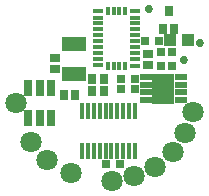
<source format=gts>
%FSTAX23Y23*%
%MOIN*%
%SFA1B1*%

%IPPOS*%
%ADD29R,0.029650X0.029650*%
%ADD30R,0.041470X0.021780*%
%ADD31R,0.074930X0.104460*%
%ADD32R,0.026900X0.033390*%
%ADD33R,0.031620X0.055240*%
%ADD34R,0.078870X0.047370*%
%ADD35R,0.032410X0.031620*%
%ADD36R,0.031620X0.032410*%
%ADD37R,0.017840X0.055240*%
%ADD38R,0.034580X0.017840*%
%ADD39R,0.017840X0.030640*%
%ADD40R,0.029650X0.029650*%
%ADD41R,0.039500X0.039500*%
%ADD42C,0.027490*%
%ADD43C,0.070990*%
%LNkoosh_sd_card_base_v1_1-1*%
%LPD*%
G54D29*
X00302Y00055D03*
X00348D03*
X00352Y0034D03*
X00398D03*
X00432Y00466D03*
X00478D03*
X00352Y00305D03*
X00398D03*
G54D30*
X00435Y00345D03*
Y0032D03*
Y00294D03*
Y00268D03*
X0055D03*
Y00294D03*
Y0032D03*
Y00345D03*
G54D31*
X00492Y00307D03*
G54D32*
X0049Y00505D03*
X00529D03*
X0051Y00564D03*
G54D33*
X00042Y00309D03*
X0008D03*
X00117D03*
Y0021D03*
X0008D03*
X00042D03*
G54D34*
X00195Y00454D03*
Y00355D03*
G54D35*
X0013Y00371D03*
Y00408D03*
X0044Y00386D03*
Y00423D03*
G54D36*
X00256Y0034D03*
X00293D03*
X00161Y00285D03*
X00198D03*
X00256Y003D03*
X00293D03*
G54D37*
X00221Y00098D03*
Y00231D03*
X00241Y00098D03*
Y00231D03*
X0026Y00098D03*
Y00231D03*
X0028Y00098D03*
Y00231D03*
X003Y00098D03*
Y00231D03*
X00319Y00098D03*
Y00231D03*
X00339Y00098D03*
Y00231D03*
X00359Y00098D03*
Y00231D03*
X00378Y00098D03*
Y00231D03*
X00398Y00098D03*
Y00231D03*
G54D38*
X00275Y00386D03*
X00398Y00383D03*
Y00406D03*
Y00425D03*
Y00445D03*
Y00465D03*
Y00484D03*
Y00504D03*
Y00524D03*
Y00543D03*
Y00564D03*
X00275Y00566D03*
Y00543D03*
Y00524D03*
Y00504D03*
Y00484D03*
Y00465D03*
Y00445D03*
Y00425D03*
Y00406D03*
G54D39*
X00307Y00383D03*
X00327D03*
X00346D03*
X00366D03*
Y00566D03*
X00346D03*
X00327D03*
X00307D03*
G54D40*
X0052Y00428D03*
Y00382D03*
X00485Y00428D03*
Y00382D03*
G54D41*
X00574Y0047D03*
X00515D03*
G54D42*
X00616Y0046D03*
X0056Y00403D03*
X00446Y00573D03*
G54D43*
X0059Y0023D03*
X00565Y0016D03*
X0032Y0D03*
X00465Y00045D03*
X0Y0026D03*
X00185Y00025D03*
X00105Y0007D03*
X00525Y00095D03*
X0005Y0013D03*
X00395Y00015D03*
M02*
</source>
